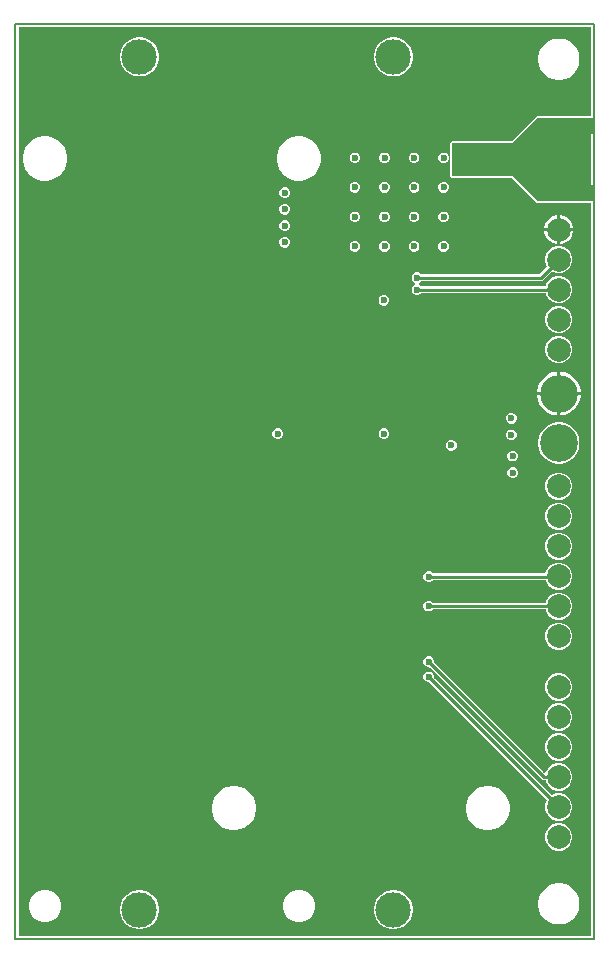
<source format=gtl>
G04*
G04 #@! TF.GenerationSoftware,Altium Limited,Altium Designer,22.0.2 (36)*
G04*
G04 Layer_Physical_Order=1*
G04 Layer_Color=255*
%FSLAX44Y44*%
%MOMM*%
G71*
G04*
G04 #@! TF.SameCoordinates,30EAB5E2-3245-48BA-9E60-DBBC371523A7*
G04*
G04*
G04 #@! TF.FilePolarity,Positive*
G04*
G01*
G75*
%ADD11C,0.1500*%
%ADD12R,4.8000X1.3500*%
%ADD13C,2.0000*%
%ADD14C,3.2000*%
%ADD15C,3.0000*%
%ADD16C,0.2500*%
%ADD17C,0.6000*%
G36*
X487000Y625000D02*
X442000D01*
X421000Y646000D01*
X370000D01*
Y674000D01*
X421000D01*
X442000Y695000D01*
X487000D01*
Y625000D01*
D02*
G37*
G36*
Y696624D02*
X442000D01*
X441702Y696500D01*
X440500D01*
Y695796D01*
X420327Y675624D01*
X370000D01*
X368852Y675148D01*
X368376Y674000D01*
Y646000D01*
X368852Y644852D01*
X370000Y644376D01*
X420327D01*
X440500Y624204D01*
Y623500D01*
X441702D01*
X442000Y623376D01*
X487000D01*
Y3000D01*
X3000D01*
Y772000D01*
X487000D01*
Y696624D01*
D02*
G37*
%LPC*%
G36*
X321625Y763500D02*
X318375D01*
X315187Y762866D01*
X312184Y761622D01*
X309482Y759816D01*
X307184Y757518D01*
X305378Y754816D01*
X304134Y751813D01*
X303500Y748625D01*
Y745375D01*
X304134Y742187D01*
X305378Y739184D01*
X307184Y736482D01*
X309482Y734184D01*
X312184Y732378D01*
X315187Y731134D01*
X318375Y730500D01*
X321625D01*
X324813Y731134D01*
X327816Y732378D01*
X330518Y734184D01*
X332816Y736482D01*
X334622Y739184D01*
X335866Y742187D01*
X336500Y745375D01*
Y748625D01*
X335866Y751813D01*
X334622Y754816D01*
X332816Y757518D01*
X330518Y759816D01*
X327816Y761622D01*
X324813Y762866D01*
X321625Y763500D01*
D02*
G37*
G36*
X106625D02*
X103375D01*
X100187Y762866D01*
X97184Y761622D01*
X94482Y759816D01*
X92184Y757518D01*
X90378Y754816D01*
X89134Y751813D01*
X88500Y748625D01*
Y745375D01*
X89134Y742187D01*
X90378Y739184D01*
X92184Y736482D01*
X94482Y734184D01*
X97184Y732378D01*
X100187Y731134D01*
X103375Y730500D01*
X106625D01*
X109813Y731134D01*
X112816Y732378D01*
X115518Y734184D01*
X117816Y736482D01*
X119622Y739184D01*
X120866Y742187D01*
X121500Y745375D01*
Y748625D01*
X120866Y751813D01*
X119622Y754816D01*
X117816Y757518D01*
X115518Y759816D01*
X112816Y761622D01*
X109813Y762866D01*
X106625Y763500D01*
D02*
G37*
G36*
X461724Y762500D02*
X458276D01*
X454895Y761827D01*
X451711Y760508D01*
X448844Y758593D01*
X446407Y756156D01*
X444492Y753289D01*
X443172Y750105D01*
X442500Y746724D01*
Y743276D01*
X443172Y739895D01*
X444492Y736711D01*
X446407Y733844D01*
X448844Y731407D01*
X451711Y729492D01*
X454895Y728173D01*
X458276Y727500D01*
X461724D01*
X465105Y728173D01*
X468289Y729492D01*
X471156Y731407D01*
X473593Y733844D01*
X475508Y736711D01*
X476828Y739895D01*
X477500Y743276D01*
Y746724D01*
X476828Y750105D01*
X475508Y753289D01*
X473593Y756156D01*
X471156Y758593D01*
X468289Y760508D01*
X465105Y761827D01*
X461724Y762500D01*
D02*
G37*
G36*
X363395Y666000D02*
X361605D01*
X359951Y665315D01*
X358685Y664049D01*
X358000Y662395D01*
Y660605D01*
X358685Y658951D01*
X359951Y657685D01*
X361605Y657000D01*
X363395D01*
X365049Y657685D01*
X366315Y658951D01*
X367000Y660605D01*
Y662395D01*
X366315Y664049D01*
X365049Y665315D01*
X363395Y666000D01*
D02*
G37*
G36*
X338395D02*
X336605D01*
X334951Y665315D01*
X333685Y664049D01*
X333000Y662395D01*
Y660605D01*
X333685Y658951D01*
X334951Y657685D01*
X336605Y657000D01*
X338395D01*
X340049Y657685D01*
X341315Y658951D01*
X342000Y660605D01*
Y662395D01*
X341315Y664049D01*
X340049Y665315D01*
X338395Y666000D01*
D02*
G37*
G36*
X313395D02*
X311605D01*
X309951Y665315D01*
X308685Y664049D01*
X308000Y662395D01*
Y660605D01*
X308685Y658951D01*
X309951Y657685D01*
X311605Y657000D01*
X313395D01*
X315049Y657685D01*
X316315Y658951D01*
X317000Y660605D01*
Y662395D01*
X316315Y664049D01*
X315049Y665315D01*
X313395Y666000D01*
D02*
G37*
G36*
X288395D02*
X286605D01*
X284951Y665315D01*
X283685Y664049D01*
X283000Y662395D01*
Y660605D01*
X283685Y658951D01*
X284951Y657685D01*
X286605Y657000D01*
X288395D01*
X290049Y657685D01*
X291315Y658951D01*
X292000Y660605D01*
Y662395D01*
X291315Y664049D01*
X290049Y665315D01*
X288395Y666000D01*
D02*
G37*
G36*
X241847Y679750D02*
X238153D01*
X234531Y679029D01*
X231119Y677616D01*
X228048Y675564D01*
X225436Y672952D01*
X223384Y669882D01*
X221971Y666469D01*
X221250Y662847D01*
Y659153D01*
X221971Y655531D01*
X223384Y652119D01*
X225436Y649048D01*
X228048Y646436D01*
X231119Y644384D01*
X234531Y642971D01*
X238153Y642250D01*
X241847D01*
X245469Y642971D01*
X248881Y644384D01*
X251952Y646436D01*
X254564Y649048D01*
X256616Y652119D01*
X258029Y655531D01*
X258750Y659153D01*
Y662847D01*
X258029Y666469D01*
X256616Y669882D01*
X254564Y672952D01*
X251952Y675564D01*
X248881Y677616D01*
X245469Y679029D01*
X241847Y679750D01*
D02*
G37*
G36*
X26847D02*
X23153D01*
X19531Y679029D01*
X16119Y677616D01*
X13048Y675564D01*
X10436Y672952D01*
X8384Y669882D01*
X6970Y666469D01*
X6250Y662847D01*
Y659153D01*
X6970Y655531D01*
X8384Y652119D01*
X10436Y649048D01*
X13048Y646436D01*
X16119Y644384D01*
X19531Y642971D01*
X23153Y642250D01*
X26847D01*
X30469Y642971D01*
X33881Y644384D01*
X36952Y646436D01*
X39564Y649048D01*
X41616Y652119D01*
X43029Y655531D01*
X43750Y659153D01*
Y662847D01*
X43029Y666469D01*
X41616Y669882D01*
X39564Y672952D01*
X36952Y675564D01*
X33881Y677616D01*
X30469Y679029D01*
X26847Y679750D01*
D02*
G37*
G36*
X363395Y641000D02*
X361605D01*
X359951Y640315D01*
X358685Y639049D01*
X358000Y637395D01*
Y635605D01*
X358685Y633951D01*
X359951Y632685D01*
X361605Y632000D01*
X363395D01*
X365049Y632685D01*
X366315Y633951D01*
X367000Y635605D01*
Y637395D01*
X366315Y639049D01*
X365049Y640315D01*
X363395Y641000D01*
D02*
G37*
G36*
X338395D02*
X336605D01*
X334951Y640315D01*
X333685Y639049D01*
X333000Y637395D01*
Y635605D01*
X333685Y633951D01*
X334951Y632685D01*
X336605Y632000D01*
X338395D01*
X340049Y632685D01*
X341315Y633951D01*
X342000Y635605D01*
Y637395D01*
X341315Y639049D01*
X340049Y640315D01*
X338395Y641000D01*
D02*
G37*
G36*
X313395D02*
X311605D01*
X309951Y640315D01*
X308685Y639049D01*
X308000Y637395D01*
Y635605D01*
X308685Y633951D01*
X309951Y632685D01*
X311605Y632000D01*
X313395D01*
X315049Y632685D01*
X316315Y633951D01*
X317000Y635605D01*
Y637395D01*
X316315Y639049D01*
X315049Y640315D01*
X313395Y641000D01*
D02*
G37*
G36*
X288395D02*
X286605D01*
X284951Y640315D01*
X283685Y639049D01*
X283000Y637395D01*
Y635605D01*
X283685Y633951D01*
X284951Y632685D01*
X286605Y632000D01*
X288395D01*
X290049Y632685D01*
X291315Y633951D01*
X292000Y635605D01*
Y637395D01*
X291315Y639049D01*
X290049Y640315D01*
X288395Y641000D01*
D02*
G37*
G36*
X228895Y636500D02*
X227105D01*
X225451Y635815D01*
X224185Y634549D01*
X223500Y632895D01*
Y631105D01*
X224185Y629451D01*
X225451Y628185D01*
X227105Y627500D01*
X228895D01*
X230549Y628185D01*
X231815Y629451D01*
X232500Y631105D01*
Y632895D01*
X231815Y634549D01*
X230549Y635815D01*
X228895Y636500D01*
D02*
G37*
G36*
Y622500D02*
X227105D01*
X225451Y621815D01*
X224185Y620549D01*
X223500Y618895D01*
Y617105D01*
X224185Y615451D01*
X225451Y614185D01*
X227105Y613500D01*
X228895D01*
X230549Y614185D01*
X231815Y615451D01*
X232500Y617105D01*
Y618895D01*
X231815Y620549D01*
X230549Y621815D01*
X228895Y622500D01*
D02*
G37*
G36*
X363395Y616000D02*
X361605D01*
X359951Y615315D01*
X358685Y614049D01*
X358000Y612395D01*
Y610605D01*
X358685Y608951D01*
X359951Y607685D01*
X361605Y607000D01*
X363395D01*
X365049Y607685D01*
X366315Y608951D01*
X367000Y610605D01*
Y612395D01*
X366315Y614049D01*
X365049Y615315D01*
X363395Y616000D01*
D02*
G37*
G36*
X338395D02*
X336605D01*
X334951Y615315D01*
X333685Y614049D01*
X333000Y612395D01*
Y610605D01*
X333685Y608951D01*
X334951Y607685D01*
X336605Y607000D01*
X338395D01*
X340049Y607685D01*
X341315Y608951D01*
X342000Y610605D01*
Y612395D01*
X341315Y614049D01*
X340049Y615315D01*
X338395Y616000D01*
D02*
G37*
G36*
X313395D02*
X311605D01*
X309951Y615315D01*
X308685Y614049D01*
X308000Y612395D01*
Y610605D01*
X308685Y608951D01*
X309951Y607685D01*
X311605Y607000D01*
X313395D01*
X315049Y607685D01*
X316315Y608951D01*
X317000Y610605D01*
Y612395D01*
X316315Y614049D01*
X315049Y615315D01*
X313395Y616000D01*
D02*
G37*
G36*
X288395D02*
X286605D01*
X284951Y615315D01*
X283685Y614049D01*
X283000Y612395D01*
Y610605D01*
X283685Y608951D01*
X284951Y607685D01*
X286605Y607000D01*
X288395D01*
X290049Y607685D01*
X291315Y608951D01*
X292000Y610605D01*
Y612395D01*
X291315Y614049D01*
X290049Y615315D01*
X288395Y616000D01*
D02*
G37*
G36*
X461646Y613300D02*
X461250D01*
Y602050D01*
X472500D01*
Y602446D01*
X471648Y605625D01*
X470003Y608475D01*
X467675Y610802D01*
X464825Y612448D01*
X461646Y613300D01*
D02*
G37*
G36*
X458750D02*
X458354D01*
X455175Y612448D01*
X452325Y610802D01*
X449997Y608475D01*
X448352Y605625D01*
X447500Y602446D01*
Y602050D01*
X458750D01*
Y613300D01*
D02*
G37*
G36*
X228895Y608500D02*
X227105D01*
X225451Y607815D01*
X224185Y606549D01*
X223500Y604895D01*
Y603105D01*
X224185Y601451D01*
X225451Y600185D01*
X227105Y599500D01*
X228895D01*
X230549Y600185D01*
X231815Y601451D01*
X232500Y603105D01*
Y604895D01*
X231815Y606549D01*
X230549Y607815D01*
X228895Y608500D01*
D02*
G37*
G36*
X472500Y599550D02*
X461250D01*
Y588300D01*
X461646D01*
X464825Y589152D01*
X467675Y590798D01*
X470003Y593125D01*
X471648Y595975D01*
X472500Y599154D01*
Y599550D01*
D02*
G37*
G36*
X458750D02*
X447500D01*
Y599154D01*
X448352Y595975D01*
X449997Y593125D01*
X452325Y590798D01*
X455175Y589152D01*
X458354Y588300D01*
X458750D01*
Y599550D01*
D02*
G37*
G36*
X228895Y594500D02*
X227105D01*
X225451Y593815D01*
X224185Y592549D01*
X223500Y590895D01*
Y589105D01*
X224185Y587451D01*
X225451Y586185D01*
X227105Y585500D01*
X228895D01*
X230549Y586185D01*
X231815Y587451D01*
X232500Y589105D01*
Y590895D01*
X231815Y592549D01*
X230549Y593815D01*
X228895Y594500D01*
D02*
G37*
G36*
X363395Y591000D02*
X361605D01*
X359951Y590315D01*
X358685Y589049D01*
X358000Y587395D01*
Y585605D01*
X358685Y583951D01*
X359951Y582685D01*
X361605Y582000D01*
X363395D01*
X365049Y582685D01*
X366315Y583951D01*
X367000Y585605D01*
Y587395D01*
X366315Y589049D01*
X365049Y590315D01*
X363395Y591000D01*
D02*
G37*
G36*
X338395D02*
X336605D01*
X334951Y590315D01*
X333685Y589049D01*
X333000Y587395D01*
Y585605D01*
X333685Y583951D01*
X334951Y582685D01*
X336605Y582000D01*
X338395D01*
X340049Y582685D01*
X341315Y583951D01*
X342000Y585605D01*
Y587395D01*
X341315Y589049D01*
X340049Y590315D01*
X338395Y591000D01*
D02*
G37*
G36*
X313395D02*
X311605D01*
X309951Y590315D01*
X308685Y589049D01*
X308000Y587395D01*
Y585605D01*
X308685Y583951D01*
X309951Y582685D01*
X311605Y582000D01*
X313395D01*
X315049Y582685D01*
X316315Y583951D01*
X317000Y585605D01*
Y587395D01*
X316315Y589049D01*
X315049Y590315D01*
X313395Y591000D01*
D02*
G37*
G36*
X288395D02*
X286605D01*
X284951Y590315D01*
X283685Y589049D01*
X283000Y587395D01*
Y585605D01*
X283685Y583951D01*
X284951Y582685D01*
X286605Y582000D01*
X288395D01*
X290049Y582685D01*
X291315Y583951D01*
X292000Y585605D01*
Y587395D01*
X291315Y589049D01*
X290049Y590315D01*
X288395Y591000D01*
D02*
G37*
G36*
X461514Y586900D02*
X458486D01*
X455561Y586116D01*
X452939Y584602D01*
X450798Y582461D01*
X449284Y579839D01*
X448500Y576914D01*
Y573886D01*
X449284Y570961D01*
X450130Y569495D01*
X443439Y562804D01*
X343560D01*
X342549Y563815D01*
X340895Y564500D01*
X339105D01*
X337451Y563815D01*
X336185Y562549D01*
X335500Y560895D01*
Y559105D01*
X336185Y557451D01*
X337451Y556185D01*
X338686Y555673D01*
Y554327D01*
X337451Y553815D01*
X336185Y552549D01*
X335500Y550895D01*
Y549105D01*
X336185Y547451D01*
X337451Y546185D01*
X339105Y545500D01*
X340895D01*
X342549Y546185D01*
X343560Y547196D01*
X448846D01*
X449284Y545561D01*
X450798Y542939D01*
X452939Y540798D01*
X455561Y539284D01*
X458486Y538500D01*
X461514D01*
X464439Y539284D01*
X467061Y540798D01*
X469202Y542939D01*
X470716Y545561D01*
X471500Y548486D01*
Y551514D01*
X470716Y554439D01*
X469202Y557061D01*
X467061Y559202D01*
X464439Y560716D01*
X461514Y561500D01*
X458486D01*
X455561Y560716D01*
X452939Y559202D01*
X450798Y557061D01*
X449284Y554439D01*
X448846Y552804D01*
X343560D01*
X342549Y553815D01*
X341314Y554327D01*
Y555673D01*
X342549Y556185D01*
X343560Y557196D01*
X444600D01*
X445673Y557410D01*
X446583Y558017D01*
X454095Y565530D01*
X455561Y564684D01*
X458486Y563900D01*
X461514D01*
X464439Y564684D01*
X467061Y566198D01*
X469202Y568339D01*
X470716Y570961D01*
X471500Y573886D01*
Y576914D01*
X470716Y579839D01*
X469202Y582461D01*
X467061Y584602D01*
X464439Y586116D01*
X461514Y586900D01*
D02*
G37*
G36*
X312895Y545500D02*
X311105D01*
X309451Y544815D01*
X308185Y543549D01*
X307500Y541895D01*
Y540105D01*
X308185Y538451D01*
X309451Y537185D01*
X311105Y536500D01*
X312895D01*
X314549Y537185D01*
X315815Y538451D01*
X316500Y540105D01*
Y541895D01*
X315815Y543549D01*
X314549Y544815D01*
X312895Y545500D01*
D02*
G37*
G36*
X461514Y536100D02*
X458486D01*
X455561Y535316D01*
X452939Y533802D01*
X450798Y531661D01*
X449284Y529039D01*
X448500Y526114D01*
Y523086D01*
X449284Y520161D01*
X450798Y517539D01*
X452939Y515398D01*
X455561Y513884D01*
X458486Y513100D01*
X461514D01*
X464439Y513884D01*
X467061Y515398D01*
X469202Y517539D01*
X470716Y520161D01*
X471500Y523086D01*
Y526114D01*
X470716Y529039D01*
X469202Y531661D01*
X467061Y533802D01*
X464439Y535316D01*
X461514Y536100D01*
D02*
G37*
G36*
Y510700D02*
X458486D01*
X455561Y509916D01*
X452939Y508402D01*
X450798Y506261D01*
X449284Y503639D01*
X448500Y500714D01*
Y497686D01*
X449284Y494761D01*
X450798Y492139D01*
X452939Y489998D01*
X455561Y488484D01*
X458486Y487700D01*
X461514D01*
X464439Y488484D01*
X467061Y489998D01*
X469202Y492139D01*
X470716Y494761D01*
X471500Y497686D01*
Y500714D01*
X470716Y503639D01*
X469202Y506261D01*
X467061Y508402D01*
X464439Y509916D01*
X461514Y510700D01*
D02*
G37*
G36*
X461822Y480500D02*
X461250D01*
Y463250D01*
X478500D01*
Y463822D01*
X477789Y467396D01*
X476395Y470763D01*
X474370Y473793D01*
X471793Y476370D01*
X468763Y478395D01*
X465396Y479789D01*
X461822Y480500D01*
D02*
G37*
G36*
X458750D02*
X458178D01*
X454604Y479789D01*
X451237Y478395D01*
X448207Y476370D01*
X445630Y473793D01*
X443605Y470763D01*
X442211Y467396D01*
X441500Y463822D01*
Y463250D01*
X458750D01*
Y480500D01*
D02*
G37*
G36*
X478500Y460750D02*
X461250D01*
Y443500D01*
X461822D01*
X465396Y444211D01*
X468763Y445606D01*
X471793Y447630D01*
X474370Y450207D01*
X476395Y453237D01*
X477789Y456604D01*
X478500Y460178D01*
Y460750D01*
D02*
G37*
G36*
X458750D02*
X441500D01*
Y460178D01*
X442211Y456604D01*
X443605Y453237D01*
X445630Y450207D01*
X448207Y447630D01*
X451237Y445606D01*
X454604Y444211D01*
X458178Y443500D01*
X458750D01*
Y460750D01*
D02*
G37*
G36*
X420895Y445500D02*
X419105D01*
X417451Y444815D01*
X416185Y443549D01*
X415500Y441895D01*
Y440105D01*
X416185Y438451D01*
X417451Y437185D01*
X419105Y436500D01*
X420895D01*
X422549Y437185D01*
X423815Y438451D01*
X424500Y440105D01*
Y441895D01*
X423815Y443549D01*
X422549Y444815D01*
X420895Y445500D01*
D02*
G37*
G36*
X312895Y432500D02*
X311105D01*
X309451Y431815D01*
X308185Y430549D01*
X307500Y428895D01*
Y427105D01*
X308185Y425451D01*
X309451Y424185D01*
X311105Y423500D01*
X312895D01*
X314549Y424185D01*
X315815Y425451D01*
X316500Y427105D01*
Y428895D01*
X315815Y430549D01*
X314549Y431815D01*
X312895Y432500D01*
D02*
G37*
G36*
X222895D02*
X221105D01*
X219451Y431815D01*
X218185Y430549D01*
X217500Y428895D01*
Y427105D01*
X218185Y425451D01*
X219451Y424185D01*
X221105Y423500D01*
X222895D01*
X224549Y424185D01*
X225815Y425451D01*
X226500Y427105D01*
Y428895D01*
X225815Y430549D01*
X224549Y431815D01*
X222895Y432500D01*
D02*
G37*
G36*
X420895Y431500D02*
X419105D01*
X417451Y430815D01*
X416185Y429549D01*
X415500Y427895D01*
Y426105D01*
X416185Y424451D01*
X417451Y423185D01*
X419105Y422500D01*
X420895D01*
X422549Y423185D01*
X423815Y424451D01*
X424500Y426105D01*
Y427895D01*
X423815Y429549D01*
X422549Y430815D01*
X420895Y431500D01*
D02*
G37*
G36*
X369895Y422500D02*
X368105D01*
X366451Y421815D01*
X365185Y420549D01*
X364500Y418895D01*
Y417105D01*
X365185Y415451D01*
X366451Y414185D01*
X368105Y413500D01*
X369895D01*
X371549Y414185D01*
X372815Y415451D01*
X373500Y417105D01*
Y418895D01*
X372815Y420549D01*
X371549Y421815D01*
X369895Y422500D01*
D02*
G37*
G36*
X421895Y413500D02*
X420105D01*
X418451Y412815D01*
X417185Y411549D01*
X416500Y409895D01*
Y408105D01*
X417185Y406451D01*
X418451Y405185D01*
X420105Y404500D01*
X421895D01*
X423549Y405185D01*
X424815Y406451D01*
X425500Y408105D01*
Y409895D01*
X424815Y411549D01*
X423549Y412815D01*
X421895Y413500D01*
D02*
G37*
G36*
X461724Y437500D02*
X458276D01*
X454895Y436828D01*
X451711Y435508D01*
X448844Y433593D01*
X446407Y431156D01*
X444492Y428289D01*
X443172Y425105D01*
X442500Y421724D01*
Y418276D01*
X443172Y414895D01*
X444492Y411711D01*
X446407Y408844D01*
X448844Y406407D01*
X451711Y404492D01*
X454895Y403172D01*
X458276Y402500D01*
X461724D01*
X465105Y403172D01*
X468289Y404492D01*
X471156Y406407D01*
X473593Y408844D01*
X475508Y411711D01*
X476828Y414895D01*
X477500Y418276D01*
Y421724D01*
X476828Y425105D01*
X475508Y428289D01*
X473593Y431156D01*
X471156Y433593D01*
X468289Y435508D01*
X465105Y436828D01*
X461724Y437500D01*
D02*
G37*
G36*
X421895Y399500D02*
X420105D01*
X418451Y398815D01*
X417185Y397549D01*
X416500Y395895D01*
Y394105D01*
X417185Y392451D01*
X418451Y391185D01*
X420105Y390500D01*
X421895D01*
X423549Y391185D01*
X424815Y392451D01*
X425500Y394105D01*
Y395895D01*
X424815Y397549D01*
X423549Y398815D01*
X421895Y399500D01*
D02*
G37*
G36*
X461514Y395000D02*
X458486D01*
X455561Y394216D01*
X452939Y392702D01*
X450798Y390561D01*
X449284Y387939D01*
X448500Y385014D01*
Y381986D01*
X449284Y379061D01*
X450798Y376439D01*
X452939Y374298D01*
X455561Y372784D01*
X458486Y372000D01*
X461514D01*
X464439Y372784D01*
X467061Y374298D01*
X469202Y376439D01*
X470716Y379061D01*
X471500Y381986D01*
Y385014D01*
X470716Y387939D01*
X469202Y390561D01*
X467061Y392702D01*
X464439Y394216D01*
X461514Y395000D01*
D02*
G37*
G36*
X461514Y369600D02*
X458486D01*
X455561Y368816D01*
X452939Y367302D01*
X450798Y365161D01*
X449284Y362539D01*
X448500Y359614D01*
Y356586D01*
X449284Y353661D01*
X450798Y351039D01*
X452939Y348898D01*
X455561Y347384D01*
X458486Y346600D01*
X461514D01*
X464439Y347384D01*
X467061Y348898D01*
X469202Y351039D01*
X470716Y353661D01*
X471500Y356586D01*
Y359614D01*
X470716Y362539D01*
X469202Y365161D01*
X467061Y367302D01*
X464439Y368816D01*
X461514Y369600D01*
D02*
G37*
G36*
X461514Y344200D02*
X458486D01*
X455561Y343416D01*
X452939Y341902D01*
X450798Y339761D01*
X449284Y337139D01*
X448500Y334214D01*
Y331186D01*
X449284Y328261D01*
X450798Y325639D01*
X452939Y323498D01*
X455561Y321984D01*
X458486Y321200D01*
X461514D01*
X464439Y321984D01*
X467061Y323498D01*
X469202Y325639D01*
X470716Y328261D01*
X471500Y331186D01*
Y334214D01*
X470716Y337139D01*
X469202Y339761D01*
X467061Y341902D01*
X464439Y343416D01*
X461514Y344200D01*
D02*
G37*
G36*
Y318800D02*
X458486D01*
X455561Y318016D01*
X452939Y316502D01*
X450798Y314361D01*
X449284Y311739D01*
X448765Y309804D01*
X353560D01*
X352549Y310815D01*
X350895Y311500D01*
X349105D01*
X347451Y310815D01*
X346185Y309549D01*
X345500Y307895D01*
Y306105D01*
X346185Y304451D01*
X347451Y303185D01*
X349105Y302500D01*
X350895D01*
X352549Y303185D01*
X353560Y304196D01*
X448926D01*
X449284Y302861D01*
X450798Y300239D01*
X452939Y298098D01*
X455561Y296584D01*
X458486Y295800D01*
X461514D01*
X464439Y296584D01*
X467061Y298098D01*
X469202Y300239D01*
X470716Y302861D01*
X471500Y305786D01*
Y308814D01*
X470716Y311739D01*
X469202Y314361D01*
X467061Y316502D01*
X464439Y318016D01*
X461514Y318800D01*
D02*
G37*
G36*
Y293400D02*
X458486D01*
X455561Y292616D01*
X452939Y291102D01*
X450798Y288961D01*
X449284Y286339D01*
X448872Y284804D01*
X353560D01*
X352549Y285815D01*
X350895Y286500D01*
X349105D01*
X347451Y285815D01*
X346185Y284549D01*
X345500Y282895D01*
Y281105D01*
X346185Y279451D01*
X347451Y278185D01*
X349105Y277500D01*
X350895D01*
X352549Y278185D01*
X353560Y279196D01*
X448819D01*
X449284Y277461D01*
X450798Y274839D01*
X452939Y272698D01*
X455561Y271184D01*
X458486Y270400D01*
X461514D01*
X464439Y271184D01*
X467061Y272698D01*
X469202Y274839D01*
X470716Y277461D01*
X471500Y280386D01*
Y283414D01*
X470716Y286339D01*
X469202Y288961D01*
X467061Y291102D01*
X464439Y292616D01*
X461514Y293400D01*
D02*
G37*
G36*
Y268000D02*
X458486D01*
X455561Y267216D01*
X452939Y265702D01*
X450798Y263561D01*
X449284Y260939D01*
X448500Y258014D01*
Y254986D01*
X449284Y252061D01*
X450798Y249439D01*
X452939Y247298D01*
X455561Y245784D01*
X458486Y245000D01*
X461514D01*
X464439Y245784D01*
X467061Y247298D01*
X469202Y249439D01*
X470716Y252061D01*
X471500Y254986D01*
Y258014D01*
X470716Y260939D01*
X469202Y263561D01*
X467061Y265702D01*
X464439Y267216D01*
X461514Y268000D01*
D02*
G37*
G36*
Y225000D02*
X458486D01*
X455561Y224216D01*
X452939Y222702D01*
X450798Y220561D01*
X449284Y217939D01*
X448500Y215014D01*
Y211986D01*
X449284Y209061D01*
X450798Y206439D01*
X452939Y204298D01*
X455561Y202784D01*
X458486Y202000D01*
X461514D01*
X464439Y202784D01*
X467061Y204298D01*
X469202Y206439D01*
X470716Y209061D01*
X471500Y211986D01*
Y215014D01*
X470716Y217939D01*
X469202Y220561D01*
X467061Y222702D01*
X464439Y224216D01*
X461514Y225000D01*
D02*
G37*
G36*
X461514Y199600D02*
X458486D01*
X455561Y198816D01*
X452939Y197302D01*
X450798Y195161D01*
X449284Y192539D01*
X448500Y189614D01*
Y186586D01*
X449284Y183661D01*
X450798Y181039D01*
X452939Y178898D01*
X455561Y177384D01*
X458486Y176600D01*
X461514D01*
X464439Y177384D01*
X467061Y178898D01*
X469202Y181039D01*
X470716Y183661D01*
X471500Y186586D01*
Y189614D01*
X470716Y192539D01*
X469202Y195161D01*
X467061Y197302D01*
X464439Y198816D01*
X461514Y199600D01*
D02*
G37*
G36*
X461514Y174200D02*
X458486D01*
X455561Y173416D01*
X452939Y171902D01*
X450798Y169761D01*
X449284Y167139D01*
X448500Y164214D01*
Y161186D01*
X449284Y158261D01*
X450798Y155639D01*
X452939Y153498D01*
X455561Y151984D01*
X458486Y151200D01*
X461514D01*
X464439Y151984D01*
X467061Y153498D01*
X469202Y155639D01*
X470716Y158261D01*
X471500Y161186D01*
Y164214D01*
X470716Y167139D01*
X469202Y169761D01*
X467061Y171902D01*
X464439Y173416D01*
X461514Y174200D01*
D02*
G37*
G36*
X350895Y239500D02*
X349105D01*
X347451Y238815D01*
X346185Y237549D01*
X345500Y235895D01*
Y234105D01*
X346185Y232451D01*
X347451Y231185D01*
X349105Y230500D01*
X350535D01*
X445717Y135317D01*
X446627Y134710D01*
X447700Y134496D01*
X448846D01*
X449284Y132861D01*
X450798Y130239D01*
X452939Y128098D01*
X455561Y126584D01*
X458486Y125800D01*
X461514D01*
X464439Y126584D01*
X467061Y128098D01*
X469202Y130239D01*
X470716Y132861D01*
X471500Y135786D01*
Y138814D01*
X470716Y141739D01*
X469202Y144361D01*
X467061Y146502D01*
X464439Y148016D01*
X461514Y148800D01*
X458486D01*
X455561Y148016D01*
X452939Y146502D01*
X450798Y144361D01*
X449284Y141739D01*
X449178Y141343D01*
X447951Y141014D01*
X354500Y234465D01*
Y235895D01*
X353815Y237549D01*
X352549Y238815D01*
X350895Y239500D01*
D02*
G37*
G36*
Y226500D02*
X349105D01*
X347451Y225815D01*
X346185Y224549D01*
X345500Y222895D01*
Y221105D01*
X346185Y219451D01*
X347451Y218185D01*
X349105Y217500D01*
X350535D01*
X450167Y117868D01*
X449284Y116339D01*
X448500Y113414D01*
Y110386D01*
X449284Y107461D01*
X450798Y104839D01*
X452939Y102698D01*
X455561Y101184D01*
X458486Y100400D01*
X461514D01*
X464439Y101184D01*
X467061Y102698D01*
X469202Y104839D01*
X470716Y107461D01*
X471500Y110386D01*
Y113414D01*
X470716Y116339D01*
X469202Y118961D01*
X467061Y121102D01*
X464439Y122616D01*
X461514Y123400D01*
X458486D01*
X455561Y122616D01*
X454159Y121807D01*
X354500Y221465D01*
Y222895D01*
X353815Y224549D01*
X352549Y225815D01*
X350895Y226500D01*
D02*
G37*
G36*
X401847Y129750D02*
X398153D01*
X394531Y129029D01*
X391119Y127616D01*
X388048Y125564D01*
X385436Y122952D01*
X383384Y119881D01*
X381970Y116469D01*
X381250Y112847D01*
Y109153D01*
X381970Y105531D01*
X383384Y102119D01*
X385436Y99048D01*
X388048Y96436D01*
X391119Y94384D01*
X394531Y92971D01*
X398153Y92250D01*
X401847D01*
X405469Y92971D01*
X408881Y94384D01*
X411952Y96436D01*
X414564Y99048D01*
X416616Y102119D01*
X418029Y105531D01*
X418750Y109153D01*
Y112847D01*
X418029Y116469D01*
X416616Y119881D01*
X414564Y122952D01*
X411952Y125564D01*
X408881Y127616D01*
X405469Y129029D01*
X401847Y129750D01*
D02*
G37*
G36*
X186847D02*
X183153D01*
X179531Y129029D01*
X176119Y127616D01*
X173048Y125564D01*
X170436Y122952D01*
X168384Y119881D01*
X166971Y116469D01*
X166250Y112847D01*
Y109153D01*
X166971Y105531D01*
X168384Y102119D01*
X170436Y99048D01*
X173048Y96436D01*
X176119Y94384D01*
X179531Y92971D01*
X183153Y92250D01*
X186847D01*
X190469Y92971D01*
X193881Y94384D01*
X196952Y96436D01*
X199564Y99048D01*
X201616Y102119D01*
X203029Y105531D01*
X203750Y109153D01*
Y112847D01*
X203029Y116469D01*
X201616Y119881D01*
X199564Y122952D01*
X196952Y125564D01*
X193881Y127616D01*
X190469Y129029D01*
X186847Y129750D01*
D02*
G37*
G36*
X461514Y98000D02*
X458486D01*
X455561Y97216D01*
X452939Y95702D01*
X450798Y93561D01*
X449284Y90939D01*
X448500Y88014D01*
Y84986D01*
X449284Y82061D01*
X450798Y79439D01*
X452939Y77298D01*
X455561Y75784D01*
X458486Y75000D01*
X461514D01*
X464439Y75784D01*
X467061Y77298D01*
X469202Y79439D01*
X470716Y82061D01*
X471500Y84986D01*
Y88014D01*
X470716Y90939D01*
X469202Y93561D01*
X467061Y95702D01*
X464439Y97216D01*
X461514Y98000D01*
D02*
G37*
G36*
X241777Y41500D02*
X238223D01*
X234789Y40580D01*
X231711Y38803D01*
X229197Y36289D01*
X227420Y33211D01*
X226500Y29777D01*
Y26223D01*
X227420Y22789D01*
X229197Y19711D01*
X231711Y17197D01*
X234789Y15420D01*
X238223Y14500D01*
X241777D01*
X245211Y15420D01*
X248289Y17197D01*
X250803Y19711D01*
X252580Y22789D01*
X253500Y26223D01*
Y29777D01*
X252580Y33211D01*
X250803Y36289D01*
X248289Y38803D01*
X245211Y40580D01*
X241777Y41500D01*
D02*
G37*
G36*
X26777D02*
X23223D01*
X19789Y40580D01*
X16711Y38803D01*
X14197Y36289D01*
X12420Y33211D01*
X11500Y29777D01*
Y26223D01*
X12420Y22789D01*
X14197Y19711D01*
X16711Y17197D01*
X19789Y15420D01*
X23223Y14500D01*
X26777D01*
X30211Y15420D01*
X33289Y17197D01*
X35803Y19711D01*
X37580Y22789D01*
X38500Y26223D01*
Y29777D01*
X37580Y33211D01*
X35803Y36289D01*
X33289Y38803D01*
X30211Y40580D01*
X26777Y41500D01*
D02*
G37*
G36*
X461724Y47500D02*
X458276D01*
X454895Y46828D01*
X451711Y45508D01*
X448844Y43593D01*
X446407Y41156D01*
X444492Y38289D01*
X443172Y35105D01*
X442500Y31724D01*
Y28276D01*
X443172Y24895D01*
X444492Y21711D01*
X446407Y18844D01*
X448844Y16407D01*
X451711Y14492D01*
X454895Y13173D01*
X458276Y12500D01*
X461724D01*
X465105Y13173D01*
X468289Y14492D01*
X471156Y16407D01*
X473593Y18844D01*
X475508Y21711D01*
X476828Y24895D01*
X477500Y28276D01*
Y31724D01*
X476828Y35105D01*
X475508Y38289D01*
X473593Y41156D01*
X471156Y43593D01*
X468289Y45508D01*
X465105Y46828D01*
X461724Y47500D01*
D02*
G37*
G36*
X321625Y41500D02*
X318375D01*
X315187Y40866D01*
X312184Y39622D01*
X309482Y37816D01*
X307184Y35518D01*
X305378Y32816D01*
X304134Y29813D01*
X303500Y26625D01*
Y23375D01*
X304134Y20187D01*
X305378Y17184D01*
X307184Y14482D01*
X309482Y12184D01*
X312184Y10378D01*
X315187Y9134D01*
X318375Y8500D01*
X321625D01*
X324813Y9134D01*
X327816Y10378D01*
X330518Y12184D01*
X332816Y14482D01*
X334622Y17184D01*
X335866Y20187D01*
X336500Y23375D01*
Y26625D01*
X335866Y29813D01*
X334622Y32816D01*
X332816Y35518D01*
X330518Y37816D01*
X327816Y39622D01*
X324813Y40866D01*
X321625Y41500D01*
D02*
G37*
G36*
X106625D02*
X103375D01*
X100187Y40866D01*
X97184Y39622D01*
X94482Y37816D01*
X92184Y35518D01*
X90378Y32816D01*
X89134Y29813D01*
X88500Y26625D01*
Y23375D01*
X89134Y20187D01*
X90378Y17184D01*
X92184Y14482D01*
X94482Y12184D01*
X97184Y10378D01*
X100187Y9134D01*
X103375Y8500D01*
X106625D01*
X109813Y9134D01*
X112816Y10378D01*
X115518Y12184D01*
X117816Y14482D01*
X119622Y17184D01*
X120866Y20187D01*
X121500Y23375D01*
Y26625D01*
X120866Y29813D01*
X119622Y32816D01*
X117816Y35518D01*
X115518Y37816D01*
X112816Y39622D01*
X109813Y40866D01*
X106625Y41500D01*
D02*
G37*
%LPD*%
D11*
X490000Y625000D02*
Y694000D01*
X-0Y775000D02*
X0Y0D01*
X-0Y775000D02*
X490000D01*
X490000Y0D01*
X0D02*
X490000D01*
D12*
X466000Y688250D02*
D03*
Y631750D02*
D03*
D13*
X460000Y550000D02*
D03*
X460000Y575400D02*
D03*
X460000Y600800D02*
D03*
Y499200D02*
D03*
Y524600D02*
D03*
Y256500D02*
D03*
Y332700D02*
D03*
X460000Y358100D02*
D03*
X460000Y383500D02*
D03*
Y281900D02*
D03*
Y307300D02*
D03*
Y86500D02*
D03*
Y162700D02*
D03*
X460000Y188100D02*
D03*
X460000Y213500D02*
D03*
Y111900D02*
D03*
Y137300D02*
D03*
D14*
Y462000D02*
D03*
Y420000D02*
D03*
D15*
X105000Y25000D02*
D03*
Y747000D02*
D03*
X320000Y25000D02*
D03*
Y747000D02*
D03*
D16*
X340000Y550000D02*
X460000D01*
X340000Y560000D02*
X444600D01*
X460000Y575400D01*
X350000Y235000D02*
X447700Y137300D01*
X460000D01*
X350000Y222000D02*
X460000Y112000D01*
Y111900D02*
Y112000D01*
X350000Y282000D02*
X459900D01*
X460000Y281900D01*
X350000Y307000D02*
X459700D01*
X460000Y307300D01*
D17*
X312000Y541000D02*
D03*
X362500Y636500D02*
D03*
Y611500D02*
D03*
X287500D02*
D03*
Y636500D02*
D03*
X337500Y586500D02*
D03*
X312500D02*
D03*
X287500D02*
D03*
X362500D02*
D03*
X287500Y661500D02*
D03*
X362500D02*
D03*
X337500D02*
D03*
X312500D02*
D03*
X337500Y611500D02*
D03*
X312500D02*
D03*
X337500Y636500D02*
D03*
X312500D02*
D03*
X373000Y654000D02*
D03*
Y666000D02*
D03*
X391000Y649000D02*
D03*
X401000D02*
D03*
X411000D02*
D03*
X421000D02*
D03*
X431000D02*
D03*
X441000D02*
D03*
X451000D02*
D03*
X461000D02*
D03*
X471000D02*
D03*
X481000D02*
D03*
Y671000D02*
D03*
X471000D02*
D03*
X461000D02*
D03*
X451000D02*
D03*
X441000D02*
D03*
X431000D02*
D03*
X421000D02*
D03*
X411000D02*
D03*
X401000D02*
D03*
X391000D02*
D03*
X159000Y611000D02*
D03*
X229000Y510000D02*
D03*
Y535000D02*
D03*
X369000Y418000D02*
D03*
X312000Y428000D02*
D03*
X222000D02*
D03*
X390500Y612000D02*
D03*
X228000Y618000D02*
D03*
Y632000D02*
D03*
X253000Y641000D02*
D03*
X228000Y604000D02*
D03*
Y590000D02*
D03*
X253000Y581000D02*
D03*
X420000Y441000D02*
D03*
Y427000D02*
D03*
X421000Y409000D02*
D03*
Y395000D02*
D03*
X340000Y550000D02*
D03*
Y560000D02*
D03*
X350000Y235000D02*
D03*
Y222000D02*
D03*
Y282000D02*
D03*
Y307000D02*
D03*
M02*

</source>
